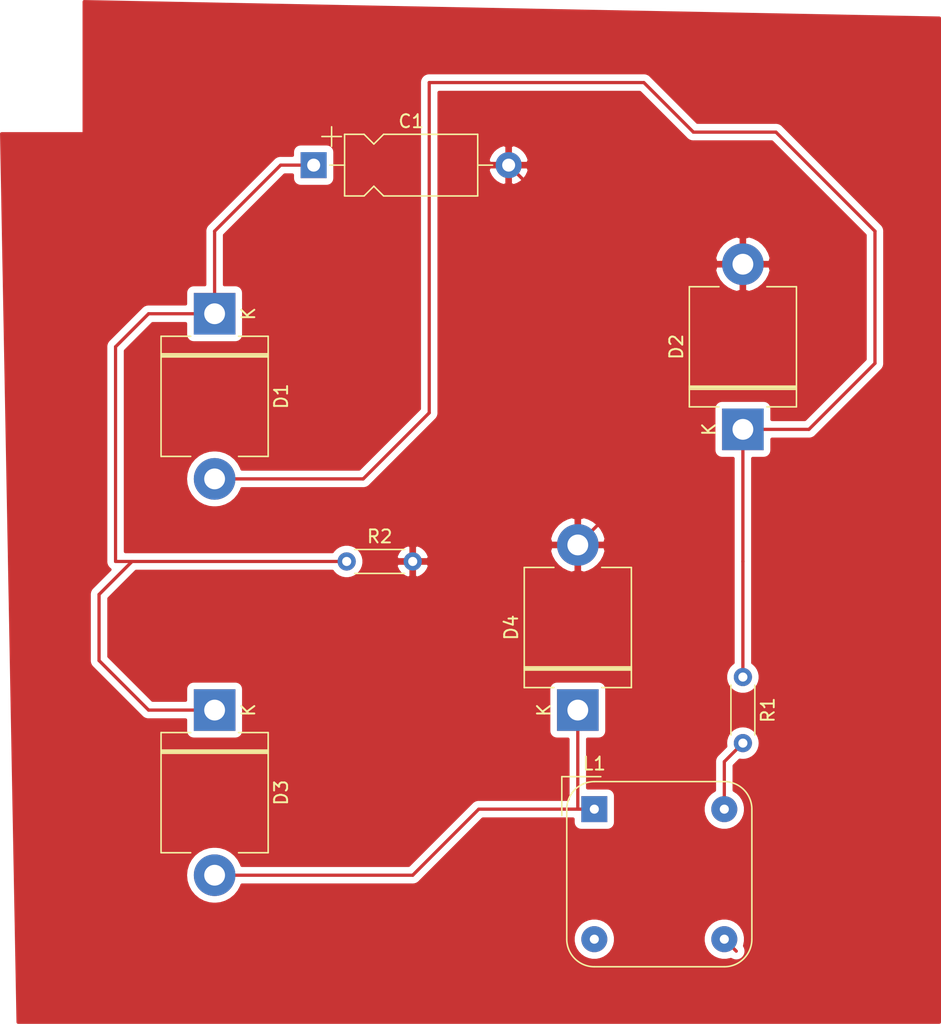
<source format=kicad_pcb>
(kicad_pcb (version 20171130) (host pcbnew "(5.1.4)-1")

  (general
    (thickness 1.6)
    (drawings 0)
    (tracks 50)
    (zones 0)
    (modules 8)
    (nets 6)
  )

  (page A4)
  (layers
    (0 F.Cu signal)
    (31 B.Cu signal)
    (32 B.Adhes user)
    (33 F.Adhes user)
    (34 B.Paste user)
    (35 F.Paste user)
    (36 B.SilkS user)
    (37 F.SilkS user)
    (38 B.Mask user)
    (39 F.Mask user)
    (40 Dwgs.User user)
    (41 Cmts.User user)
    (42 Eco1.User user)
    (43 Eco2.User user)
    (44 Edge.Cuts user)
    (45 Margin user)
    (46 B.CrtYd user)
    (47 F.CrtYd user)
    (48 B.Fab user)
    (49 F.Fab user)
  )

  (setup
    (last_trace_width 0.25)
    (trace_clearance 0.2)
    (zone_clearance 0.508)
    (zone_45_only no)
    (trace_min 0.2)
    (via_size 0.8)
    (via_drill 0.4)
    (via_min_size 0.4)
    (via_min_drill 0.3)
    (uvia_size 0.3)
    (uvia_drill 0.1)
    (uvias_allowed no)
    (uvia_min_size 0.2)
    (uvia_min_drill 0.1)
    (edge_width 0.05)
    (segment_width 0.2)
    (pcb_text_width 0.3)
    (pcb_text_size 1.5 1.5)
    (mod_edge_width 0.12)
    (mod_text_size 1 1)
    (mod_text_width 0.15)
    (pad_size 1.524 1.524)
    (pad_drill 0.762)
    (pad_to_mask_clearance 0.051)
    (solder_mask_min_width 0.25)
    (aux_axis_origin 0 0)
    (visible_elements FFFFFF7F)
    (pcbplotparams
      (layerselection 0x010fc_ffffffff)
      (usegerberextensions false)
      (usegerberattributes false)
      (usegerberadvancedattributes false)
      (creategerberjobfile false)
      (excludeedgelayer true)
      (linewidth 0.100000)
      (plotframeref false)
      (viasonmask false)
      (mode 1)
      (useauxorigin false)
      (hpglpennumber 1)
      (hpglpenspeed 20)
      (hpglpendiameter 15.000000)
      (psnegative false)
      (psa4output false)
      (plotreference true)
      (plotvalue true)
      (plotinvisibletext false)
      (padsonsilk false)
      (subtractmaskfromsilk false)
      (outputformat 1)
      (mirror false)
      (drillshape 1)
      (scaleselection 1)
      (outputdirectory ""))
  )

  (net 0 "")
  (net 1 GNDREF)
  (net 2 "Net-(C1-Pad1)")
  (net 3 "Net-(D1-Pad2)")
  (net 4 AC)
  (net 5 "Net-(L1-Pad2)")

  (net_class Default "Esta es la clase de red por defecto."
    (clearance 0.2)
    (trace_width 0.25)
    (via_dia 0.8)
    (via_drill 0.4)
    (uvia_dia 0.3)
    (uvia_drill 0.1)
    (add_net AC)
    (add_net GNDREF)
    (add_net "Net-(C1-Pad1)")
    (add_net "Net-(D1-Pad2)")
    (add_net "Net-(L1-Pad2)")
  )

  (module Resistor_THT:R_Axial_DIN0204_L3.6mm_D1.6mm_P5.08mm_Horizontal (layer F.Cu) (tedit 5AE5139B) (tstamp 5D78ABE8)
    (at 146.05 114.3)
    (descr "Resistor, Axial_DIN0204 series, Axial, Horizontal, pin pitch=5.08mm, 0.167W, length*diameter=3.6*1.6mm^2, http://cdn-reichelt.de/documents/datenblatt/B400/1_4W%23YAG.pdf")
    (tags "Resistor Axial_DIN0204 series Axial Horizontal pin pitch 5.08mm 0.167W length 3.6mm diameter 1.6mm")
    (path /5D796BBD)
    (fp_text reference R2 (at 2.54 -1.92) (layer F.SilkS)
      (effects (font (size 1 1) (thickness 0.15)))
    )
    (fp_text value 10 (at 2.54 1.92) (layer F.Fab)
      (effects (font (size 1 1) (thickness 0.15)))
    )
    (fp_text user %R (at 2.54 0) (layer F.Fab)
      (effects (font (size 0.72 0.72) (thickness 0.108)))
    )
    (fp_line (start 6.03 -1.05) (end -0.95 -1.05) (layer F.CrtYd) (width 0.05))
    (fp_line (start 6.03 1.05) (end 6.03 -1.05) (layer F.CrtYd) (width 0.05))
    (fp_line (start -0.95 1.05) (end 6.03 1.05) (layer F.CrtYd) (width 0.05))
    (fp_line (start -0.95 -1.05) (end -0.95 1.05) (layer F.CrtYd) (width 0.05))
    (fp_line (start 0.62 0.92) (end 4.46 0.92) (layer F.SilkS) (width 0.12))
    (fp_line (start 0.62 -0.92) (end 4.46 -0.92) (layer F.SilkS) (width 0.12))
    (fp_line (start 5.08 0) (end 4.34 0) (layer F.Fab) (width 0.1))
    (fp_line (start 0 0) (end 0.74 0) (layer F.Fab) (width 0.1))
    (fp_line (start 4.34 -0.8) (end 0.74 -0.8) (layer F.Fab) (width 0.1))
    (fp_line (start 4.34 0.8) (end 4.34 -0.8) (layer F.Fab) (width 0.1))
    (fp_line (start 0.74 0.8) (end 4.34 0.8) (layer F.Fab) (width 0.1))
    (fp_line (start 0.74 -0.8) (end 0.74 0.8) (layer F.Fab) (width 0.1))
    (pad 2 thru_hole oval (at 5.08 0) (size 1.4 1.4) (drill 0.7) (layers *.Cu *.Mask)
      (net 1 GNDREF))
    (pad 1 thru_hole circle (at 0 0) (size 1.4 1.4) (drill 0.7) (layers *.Cu *.Mask)
      (net 2 "Net-(C1-Pad1)"))
    (model ${KISYS3DMOD}/Resistor_THT.3dshapes/R_Axial_DIN0204_L3.6mm_D1.6mm_P5.08mm_Horizontal.wrl
      (at (xyz 0 0 0))
      (scale (xyz 1 1 1))
      (rotate (xyz 0 0 0))
    )
  )

  (module Resistor_THT:R_Axial_DIN0204_L3.6mm_D1.6mm_P5.08mm_Horizontal (layer F.Cu) (tedit 5AE5139B) (tstamp 5D78ABD5)
    (at 176.53 123.19 270)
    (descr "Resistor, Axial_DIN0204 series, Axial, Horizontal, pin pitch=5.08mm, 0.167W, length*diameter=3.6*1.6mm^2, http://cdn-reichelt.de/documents/datenblatt/B400/1_4W%23YAG.pdf")
    (tags "Resistor Axial_DIN0204 series Axial Horizontal pin pitch 5.08mm 0.167W length 3.6mm diameter 1.6mm")
    (path /5D79648F)
    (fp_text reference R1 (at 2.54 -1.92 90) (layer F.SilkS)
      (effects (font (size 1 1) (thickness 0.15)))
    )
    (fp_text value 10 (at 2.54 1.92 90) (layer F.Fab)
      (effects (font (size 1 1) (thickness 0.15)))
    )
    (fp_text user %R (at 2.54 0 90) (layer F.Fab)
      (effects (font (size 0.72 0.72) (thickness 0.108)))
    )
    (fp_line (start 6.03 -1.05) (end -0.95 -1.05) (layer F.CrtYd) (width 0.05))
    (fp_line (start 6.03 1.05) (end 6.03 -1.05) (layer F.CrtYd) (width 0.05))
    (fp_line (start -0.95 1.05) (end 6.03 1.05) (layer F.CrtYd) (width 0.05))
    (fp_line (start -0.95 -1.05) (end -0.95 1.05) (layer F.CrtYd) (width 0.05))
    (fp_line (start 0.62 0.92) (end 4.46 0.92) (layer F.SilkS) (width 0.12))
    (fp_line (start 0.62 -0.92) (end 4.46 -0.92) (layer F.SilkS) (width 0.12))
    (fp_line (start 5.08 0) (end 4.34 0) (layer F.Fab) (width 0.1))
    (fp_line (start 0 0) (end 0.74 0) (layer F.Fab) (width 0.1))
    (fp_line (start 4.34 -0.8) (end 0.74 -0.8) (layer F.Fab) (width 0.1))
    (fp_line (start 4.34 0.8) (end 4.34 -0.8) (layer F.Fab) (width 0.1))
    (fp_line (start 0.74 0.8) (end 4.34 0.8) (layer F.Fab) (width 0.1))
    (fp_line (start 0.74 -0.8) (end 0.74 0.8) (layer F.Fab) (width 0.1))
    (pad 2 thru_hole oval (at 5.08 0 270) (size 1.4 1.4) (drill 0.7) (layers *.Cu *.Mask)
      (net 5 "Net-(L1-Pad2)"))
    (pad 1 thru_hole circle (at 0 0 270) (size 1.4 1.4) (drill 0.7) (layers *.Cu *.Mask)
      (net 3 "Net-(D1-Pad2)"))
    (model ${KISYS3DMOD}/Resistor_THT.3dshapes/R_Axial_DIN0204_L3.6mm_D1.6mm_P5.08mm_Horizontal.wrl
      (at (xyz 0 0 0))
      (scale (xyz 1 1 1))
      (rotate (xyz 0 0 0))
    )
  )

  (module Inductor_THT:Choke_Schaffner_RN102-04-14.0x14.0mm (layer F.Cu) (tedit 5A1421CD) (tstamp 5D78ABC2)
    (at 165.1 133.35)
    (descr "Current-compensated Chokes, Scaffner, RN102-04, 14.0mmx14.0mm https://www.schaffner.com/products/download/product/datasheet/rn-series-common-mode-chokes-new/")
    (tags "chokes schaffner tht")
    (path /5D796071)
    (fp_text reference L1 (at 0 -3.5) (layer F.SilkS)
      (effects (font (size 1 1) (thickness 0.15)))
    )
    (fp_text value 1mh (at 5 13.5) (layer F.Fab)
      (effects (font (size 1 1) (thickness 0.15)))
    )
    (fp_text user %R (at 5 5) (layer F.Fab)
      (effects (font (size 1 1) (thickness 0.15)))
    )
    (fp_line (start -2.5 -2.5) (end -2.5 0.5) (layer F.SilkS) (width 0.12))
    (fp_line (start -2.5 -2.5) (end 0.5 -2.5) (layer F.SilkS) (width 0.12))
    (fp_line (start -2.25 10) (end -2.25 0) (layer F.CrtYd) (width 0.05))
    (fp_line (start 10 12.25) (end 0 12.25) (layer F.CrtYd) (width 0.05))
    (fp_line (start 12.25 0) (end 12.25 10) (layer F.CrtYd) (width 0.05))
    (fp_line (start 0 -2.25) (end 10 -2.25) (layer F.CrtYd) (width 0.05))
    (fp_line (start -2.12 10) (end -2.12 0) (layer F.SilkS) (width 0.12))
    (fp_line (start 10 12.12) (end 0 12.12) (layer F.SilkS) (width 0.12))
    (fp_line (start 12.12 0) (end 12.12 10) (layer F.SilkS) (width 0.12))
    (fp_line (start 0 -2.12) (end 10 -2.12) (layer F.SilkS) (width 0.12))
    (fp_line (start -1 1) (end -2 0) (layer F.Fab) (width 0.1))
    (fp_line (start -2 2) (end -1 1) (layer F.Fab) (width 0.1))
    (fp_line (start -2 10) (end -2 2) (layer F.Fab) (width 0.1))
    (fp_line (start 10 12) (end 0 12) (layer F.Fab) (width 0.1))
    (fp_line (start 12 0) (end 12 10) (layer F.Fab) (width 0.1))
    (fp_line (start 0 -2) (end 10 -2) (layer F.Fab) (width 0.1))
    (fp_arc (start 0 0) (end -2.25 0) (angle 90) (layer F.CrtYd) (width 0.05))
    (fp_arc (start 0 10) (end 0 12.25) (angle 90) (layer F.CrtYd) (width 0.05))
    (fp_arc (start 10 10) (end 12.25 10) (angle 90) (layer F.CrtYd) (width 0.05))
    (fp_arc (start 10 0) (end 10 -2.25) (angle 90) (layer F.CrtYd) (width 0.05))
    (fp_arc (start 0 0) (end -2.12 0) (angle 90) (layer F.SilkS) (width 0.12))
    (fp_arc (start 0 10) (end 0 12.12) (angle 90) (layer F.SilkS) (width 0.12))
    (fp_arc (start 10 10) (end 12.12 10) (angle 90) (layer F.SilkS) (width 0.12))
    (fp_arc (start 10 0) (end 10 -2.12) (angle 90) (layer F.SilkS) (width 0.12))
    (fp_arc (start 0 0) (end -2 0) (angle 90) (layer F.Fab) (width 0.1))
    (fp_arc (start 0 10) (end 0 12) (angle 90) (layer F.Fab) (width 0.1))
    (fp_arc (start 10 10) (end 12 10) (angle 90) (layer F.Fab) (width 0.1))
    (fp_arc (start 10 0) (end 10 -2) (angle 90) (layer F.Fab) (width 0.1))
    (pad 4 thru_hole circle (at 10 10) (size 2 2) (drill 0.7) (layers *.Cu *.Mask))
    (pad 3 thru_hole circle (at 0 10) (size 2 2) (drill 0.7) (layers *.Cu *.Mask))
    (pad 2 thru_hole circle (at 10 0) (size 2 2) (drill 0.7) (layers *.Cu *.Mask)
      (net 5 "Net-(L1-Pad2)"))
    (pad 1 thru_hole rect (at 0 0) (size 2 2) (drill 0.7) (layers *.Cu *.Mask)
      (net 4 AC))
    (model ${KISYS3DMOD}/Inductor_THT.3dshapes/Choke_Schaffner_RN102-04-14.0x14.0mm.wrl
      (at (xyz 0 0 0))
      (scale (xyz 1 1 1))
      (rotate (xyz 0 0 0))
    )
  )

  (module Diode_THT:D_5KPW_P12.70mm_Horizontal (layer F.Cu) (tedit 5AE50CD5) (tstamp 5D78AB9D)
    (at 163.83 125.73 90)
    (descr "Diode, 5KPW series, Axial, Horizontal, pin pitch=12.7mm, , length*diameter=9*8mm^2, , http://www.diodes.com/_files/packages/8686949.gif")
    (tags "Diode 5KPW series Axial Horizontal pin pitch 12.7mm  length 9mm diameter 8mm")
    (path /5D79863B)
    (fp_text reference D4 (at 6.35 -5.12 90) (layer F.SilkS)
      (effects (font (size 1 1) (thickness 0.15)))
    )
    (fp_text value D (at 6.35 5.12 90) (layer F.Fab)
      (effects (font (size 1 1) (thickness 0.15)))
    )
    (fp_text user K (at 0 -2.6 90) (layer F.SilkS)
      (effects (font (size 1 1) (thickness 0.15)))
    )
    (fp_text user K (at 0 -2.6 90) (layer F.Fab)
      (effects (font (size 1 1) (thickness 0.15)))
    )
    (fp_text user %R (at 7.025 0 90) (layer F.Fab)
      (effects (font (size 1 1) (thickness 0.15)))
    )
    (fp_line (start 14.55 -4.25) (end -1.85 -4.25) (layer F.CrtYd) (width 0.05))
    (fp_line (start 14.55 4.25) (end 14.55 -4.25) (layer F.CrtYd) (width 0.05))
    (fp_line (start -1.85 4.25) (end 14.55 4.25) (layer F.CrtYd) (width 0.05))
    (fp_line (start -1.85 -4.25) (end -1.85 4.25) (layer F.CrtYd) (width 0.05))
    (fp_line (start 3.08 -4.12) (end 3.08 4.12) (layer F.SilkS) (width 0.12))
    (fp_line (start 3.32 -4.12) (end 3.32 4.12) (layer F.SilkS) (width 0.12))
    (fp_line (start 3.2 -4.12) (end 3.2 4.12) (layer F.SilkS) (width 0.12))
    (fp_line (start 10.97 4.12) (end 10.97 1.84) (layer F.SilkS) (width 0.12))
    (fp_line (start 1.73 4.12) (end 10.97 4.12) (layer F.SilkS) (width 0.12))
    (fp_line (start 1.73 1.84) (end 1.73 4.12) (layer F.SilkS) (width 0.12))
    (fp_line (start 10.97 -4.12) (end 10.97 -1.84) (layer F.SilkS) (width 0.12))
    (fp_line (start 1.73 -4.12) (end 10.97 -4.12) (layer F.SilkS) (width 0.12))
    (fp_line (start 1.73 -1.84) (end 1.73 -4.12) (layer F.SilkS) (width 0.12))
    (fp_line (start 3.1 -4) (end 3.1 4) (layer F.Fab) (width 0.1))
    (fp_line (start 3.3 -4) (end 3.3 4) (layer F.Fab) (width 0.1))
    (fp_line (start 3.2 -4) (end 3.2 4) (layer F.Fab) (width 0.1))
    (fp_line (start 12.7 0) (end 10.85 0) (layer F.Fab) (width 0.1))
    (fp_line (start 0 0) (end 1.85 0) (layer F.Fab) (width 0.1))
    (fp_line (start 10.85 -4) (end 1.85 -4) (layer F.Fab) (width 0.1))
    (fp_line (start 10.85 4) (end 10.85 -4) (layer F.Fab) (width 0.1))
    (fp_line (start 1.85 4) (end 10.85 4) (layer F.Fab) (width 0.1))
    (fp_line (start 1.85 -4) (end 1.85 4) (layer F.Fab) (width 0.1))
    (pad 2 thru_hole oval (at 12.7 0 90) (size 3.2 3.2) (drill 1.6) (layers *.Cu *.Mask)
      (net 1 GNDREF))
    (pad 1 thru_hole rect (at 0 0 90) (size 3.2 3.2) (drill 1.6) (layers *.Cu *.Mask)
      (net 4 AC))
    (model ${KISYS3DMOD}/Diode_THT.3dshapes/D_5KPW_P12.70mm_Horizontal.wrl
      (at (xyz 0 0 0))
      (scale (xyz 1 1 1))
      (rotate (xyz 0 0 0))
    )
  )

  (module Diode_THT:D_5KPW_P12.70mm_Horizontal (layer F.Cu) (tedit 5AE50CD5) (tstamp 5D78AB7E)
    (at 135.89 125.73 270)
    (descr "Diode, 5KPW series, Axial, Horizontal, pin pitch=12.7mm, , length*diameter=9*8mm^2, , http://www.diodes.com/_files/packages/8686949.gif")
    (tags "Diode 5KPW series Axial Horizontal pin pitch 12.7mm  length 9mm diameter 8mm")
    (path /5D79830D)
    (fp_text reference D3 (at 6.35 -5.12 90) (layer F.SilkS)
      (effects (font (size 1 1) (thickness 0.15)))
    )
    (fp_text value D (at 6.35 5.12 90) (layer F.Fab)
      (effects (font (size 1 1) (thickness 0.15)))
    )
    (fp_text user K (at 0 -2.6 90) (layer F.SilkS)
      (effects (font (size 1 1) (thickness 0.15)))
    )
    (fp_text user K (at 0 -2.6 90) (layer F.Fab)
      (effects (font (size 1 1) (thickness 0.15)))
    )
    (fp_text user %R (at 7.025 0 90) (layer F.Fab)
      (effects (font (size 1 1) (thickness 0.15)))
    )
    (fp_line (start 14.55 -4.25) (end -1.85 -4.25) (layer F.CrtYd) (width 0.05))
    (fp_line (start 14.55 4.25) (end 14.55 -4.25) (layer F.CrtYd) (width 0.05))
    (fp_line (start -1.85 4.25) (end 14.55 4.25) (layer F.CrtYd) (width 0.05))
    (fp_line (start -1.85 -4.25) (end -1.85 4.25) (layer F.CrtYd) (width 0.05))
    (fp_line (start 3.08 -4.12) (end 3.08 4.12) (layer F.SilkS) (width 0.12))
    (fp_line (start 3.32 -4.12) (end 3.32 4.12) (layer F.SilkS) (width 0.12))
    (fp_line (start 3.2 -4.12) (end 3.2 4.12) (layer F.SilkS) (width 0.12))
    (fp_line (start 10.97 4.12) (end 10.97 1.84) (layer F.SilkS) (width 0.12))
    (fp_line (start 1.73 4.12) (end 10.97 4.12) (layer F.SilkS) (width 0.12))
    (fp_line (start 1.73 1.84) (end 1.73 4.12) (layer F.SilkS) (width 0.12))
    (fp_line (start 10.97 -4.12) (end 10.97 -1.84) (layer F.SilkS) (width 0.12))
    (fp_line (start 1.73 -4.12) (end 10.97 -4.12) (layer F.SilkS) (width 0.12))
    (fp_line (start 1.73 -1.84) (end 1.73 -4.12) (layer F.SilkS) (width 0.12))
    (fp_line (start 3.1 -4) (end 3.1 4) (layer F.Fab) (width 0.1))
    (fp_line (start 3.3 -4) (end 3.3 4) (layer F.Fab) (width 0.1))
    (fp_line (start 3.2 -4) (end 3.2 4) (layer F.Fab) (width 0.1))
    (fp_line (start 12.7 0) (end 10.85 0) (layer F.Fab) (width 0.1))
    (fp_line (start 0 0) (end 1.85 0) (layer F.Fab) (width 0.1))
    (fp_line (start 10.85 -4) (end 1.85 -4) (layer F.Fab) (width 0.1))
    (fp_line (start 10.85 4) (end 10.85 -4) (layer F.Fab) (width 0.1))
    (fp_line (start 1.85 4) (end 10.85 4) (layer F.Fab) (width 0.1))
    (fp_line (start 1.85 -4) (end 1.85 4) (layer F.Fab) (width 0.1))
    (pad 2 thru_hole oval (at 12.7 0 270) (size 3.2 3.2) (drill 1.6) (layers *.Cu *.Mask)
      (net 4 AC))
    (pad 1 thru_hole rect (at 0 0 270) (size 3.2 3.2) (drill 1.6) (layers *.Cu *.Mask)
      (net 2 "Net-(C1-Pad1)"))
    (model ${KISYS3DMOD}/Diode_THT.3dshapes/D_5KPW_P12.70mm_Horizontal.wrl
      (at (xyz 0 0 0))
      (scale (xyz 1 1 1))
      (rotate (xyz 0 0 0))
    )
  )

  (module Diode_THT:D_5KPW_P12.70mm_Horizontal (layer F.Cu) (tedit 5AE50CD5) (tstamp 5D78AB5F)
    (at 176.53 104.14 90)
    (descr "Diode, 5KPW series, Axial, Horizontal, pin pitch=12.7mm, , length*diameter=9*8mm^2, , http://www.diodes.com/_files/packages/8686949.gif")
    (tags "Diode 5KPW series Axial Horizontal pin pitch 12.7mm  length 9mm diameter 8mm")
    (path /5D79844E)
    (fp_text reference D2 (at 6.35 -5.12 90) (layer F.SilkS)
      (effects (font (size 1 1) (thickness 0.15)))
    )
    (fp_text value D (at 6.35 5.12 90) (layer F.Fab)
      (effects (font (size 1 1) (thickness 0.15)))
    )
    (fp_text user K (at 0 -2.6 90) (layer F.SilkS)
      (effects (font (size 1 1) (thickness 0.15)))
    )
    (fp_text user K (at 0 -2.6 90) (layer F.Fab)
      (effects (font (size 1 1) (thickness 0.15)))
    )
    (fp_text user %R (at 7.025 0 90) (layer F.Fab)
      (effects (font (size 1 1) (thickness 0.15)))
    )
    (fp_line (start 14.55 -4.25) (end -1.85 -4.25) (layer F.CrtYd) (width 0.05))
    (fp_line (start 14.55 4.25) (end 14.55 -4.25) (layer F.CrtYd) (width 0.05))
    (fp_line (start -1.85 4.25) (end 14.55 4.25) (layer F.CrtYd) (width 0.05))
    (fp_line (start -1.85 -4.25) (end -1.85 4.25) (layer F.CrtYd) (width 0.05))
    (fp_line (start 3.08 -4.12) (end 3.08 4.12) (layer F.SilkS) (width 0.12))
    (fp_line (start 3.32 -4.12) (end 3.32 4.12) (layer F.SilkS) (width 0.12))
    (fp_line (start 3.2 -4.12) (end 3.2 4.12) (layer F.SilkS) (width 0.12))
    (fp_line (start 10.97 4.12) (end 10.97 1.84) (layer F.SilkS) (width 0.12))
    (fp_line (start 1.73 4.12) (end 10.97 4.12) (layer F.SilkS) (width 0.12))
    (fp_line (start 1.73 1.84) (end 1.73 4.12) (layer F.SilkS) (width 0.12))
    (fp_line (start 10.97 -4.12) (end 10.97 -1.84) (layer F.SilkS) (width 0.12))
    (fp_line (start 1.73 -4.12) (end 10.97 -4.12) (layer F.SilkS) (width 0.12))
    (fp_line (start 1.73 -1.84) (end 1.73 -4.12) (layer F.SilkS) (width 0.12))
    (fp_line (start 3.1 -4) (end 3.1 4) (layer F.Fab) (width 0.1))
    (fp_line (start 3.3 -4) (end 3.3 4) (layer F.Fab) (width 0.1))
    (fp_line (start 3.2 -4) (end 3.2 4) (layer F.Fab) (width 0.1))
    (fp_line (start 12.7 0) (end 10.85 0) (layer F.Fab) (width 0.1))
    (fp_line (start 0 0) (end 1.85 0) (layer F.Fab) (width 0.1))
    (fp_line (start 10.85 -4) (end 1.85 -4) (layer F.Fab) (width 0.1))
    (fp_line (start 10.85 4) (end 10.85 -4) (layer F.Fab) (width 0.1))
    (fp_line (start 1.85 4) (end 10.85 4) (layer F.Fab) (width 0.1))
    (fp_line (start 1.85 -4) (end 1.85 4) (layer F.Fab) (width 0.1))
    (pad 2 thru_hole oval (at 12.7 0 90) (size 3.2 3.2) (drill 1.6) (layers *.Cu *.Mask)
      (net 1 GNDREF))
    (pad 1 thru_hole rect (at 0 0 90) (size 3.2 3.2) (drill 1.6) (layers *.Cu *.Mask)
      (net 3 "Net-(D1-Pad2)"))
    (model ${KISYS3DMOD}/Diode_THT.3dshapes/D_5KPW_P12.70mm_Horizontal.wrl
      (at (xyz 0 0 0))
      (scale (xyz 1 1 1))
      (rotate (xyz 0 0 0))
    )
  )

  (module Diode_THT:D_5KPW_P12.70mm_Horizontal (layer F.Cu) (tedit 5AE50CD5) (tstamp 5D78AB40)
    (at 135.89 95.25 270)
    (descr "Diode, 5KPW series, Axial, Horizontal, pin pitch=12.7mm, , length*diameter=9*8mm^2, , http://www.diodes.com/_files/packages/8686949.gif")
    (tags "Diode 5KPW series Axial Horizontal pin pitch 12.7mm  length 9mm diameter 8mm")
    (path /5D79772F)
    (fp_text reference D1 (at 6.35 -5.12 90) (layer F.SilkS)
      (effects (font (size 1 1) (thickness 0.15)))
    )
    (fp_text value D (at 6.35 5.12 90) (layer F.Fab)
      (effects (font (size 1 1) (thickness 0.15)))
    )
    (fp_text user K (at 0 -2.6 90) (layer F.SilkS)
      (effects (font (size 1 1) (thickness 0.15)))
    )
    (fp_text user K (at 0 -2.6 90) (layer F.Fab)
      (effects (font (size 1 1) (thickness 0.15)))
    )
    (fp_text user %R (at 7.025 0 90) (layer F.Fab)
      (effects (font (size 1 1) (thickness 0.15)))
    )
    (fp_line (start 14.55 -4.25) (end -1.85 -4.25) (layer F.CrtYd) (width 0.05))
    (fp_line (start 14.55 4.25) (end 14.55 -4.25) (layer F.CrtYd) (width 0.05))
    (fp_line (start -1.85 4.25) (end 14.55 4.25) (layer F.CrtYd) (width 0.05))
    (fp_line (start -1.85 -4.25) (end -1.85 4.25) (layer F.CrtYd) (width 0.05))
    (fp_line (start 3.08 -4.12) (end 3.08 4.12) (layer F.SilkS) (width 0.12))
    (fp_line (start 3.32 -4.12) (end 3.32 4.12) (layer F.SilkS) (width 0.12))
    (fp_line (start 3.2 -4.12) (end 3.2 4.12) (layer F.SilkS) (width 0.12))
    (fp_line (start 10.97 4.12) (end 10.97 1.84) (layer F.SilkS) (width 0.12))
    (fp_line (start 1.73 4.12) (end 10.97 4.12) (layer F.SilkS) (width 0.12))
    (fp_line (start 1.73 1.84) (end 1.73 4.12) (layer F.SilkS) (width 0.12))
    (fp_line (start 10.97 -4.12) (end 10.97 -1.84) (layer F.SilkS) (width 0.12))
    (fp_line (start 1.73 -4.12) (end 10.97 -4.12) (layer F.SilkS) (width 0.12))
    (fp_line (start 1.73 -1.84) (end 1.73 -4.12) (layer F.SilkS) (width 0.12))
    (fp_line (start 3.1 -4) (end 3.1 4) (layer F.Fab) (width 0.1))
    (fp_line (start 3.3 -4) (end 3.3 4) (layer F.Fab) (width 0.1))
    (fp_line (start 3.2 -4) (end 3.2 4) (layer F.Fab) (width 0.1))
    (fp_line (start 12.7 0) (end 10.85 0) (layer F.Fab) (width 0.1))
    (fp_line (start 0 0) (end 1.85 0) (layer F.Fab) (width 0.1))
    (fp_line (start 10.85 -4) (end 1.85 -4) (layer F.Fab) (width 0.1))
    (fp_line (start 10.85 4) (end 10.85 -4) (layer F.Fab) (width 0.1))
    (fp_line (start 1.85 4) (end 10.85 4) (layer F.Fab) (width 0.1))
    (fp_line (start 1.85 -4) (end 1.85 4) (layer F.Fab) (width 0.1))
    (pad 2 thru_hole oval (at 12.7 0 270) (size 3.2 3.2) (drill 1.6) (layers *.Cu *.Mask)
      (net 3 "Net-(D1-Pad2)"))
    (pad 1 thru_hole rect (at 0 0 270) (size 3.2 3.2) (drill 1.6) (layers *.Cu *.Mask)
      (net 2 "Net-(C1-Pad1)"))
    (model ${KISYS3DMOD}/Diode_THT.3dshapes/D_5KPW_P12.70mm_Horizontal.wrl
      (at (xyz 0 0 0))
      (scale (xyz 1 1 1))
      (rotate (xyz 0 0 0))
    )
  )

  (module Capacitor_THT:CP_Axial_L10.0mm_D4.5mm_P15.00mm_Horizontal (layer F.Cu) (tedit 5AE50EF2) (tstamp 5D78AB21)
    (at 143.51 83.82)
    (descr "CP, Axial series, Axial, Horizontal, pin pitch=15mm, , length*diameter=10*4.5mm^2, Electrolytic Capacitor, , http://www.vishay.com/docs/28325/021asm.pdf")
    (tags "CP Axial series Axial Horizontal pin pitch 15mm  length 10mm diameter 4.5mm Electrolytic Capacitor")
    (path /5D796F6D)
    (fp_text reference C1 (at 7.5 -3.37) (layer F.SilkS)
      (effects (font (size 1 1) (thickness 0.15)))
    )
    (fp_text value 1mf (at 7.5 3.37) (layer F.Fab)
      (effects (font (size 1 1) (thickness 0.15)))
    )
    (fp_text user %R (at 7.5 0) (layer F.Fab)
      (effects (font (size 1 1) (thickness 0.15)))
    )
    (fp_line (start 16.25 -2.5) (end -1.25 -2.5) (layer F.CrtYd) (width 0.05))
    (fp_line (start 16.25 2.5) (end 16.25 -2.5) (layer F.CrtYd) (width 0.05))
    (fp_line (start -1.25 2.5) (end 16.25 2.5) (layer F.CrtYd) (width 0.05))
    (fp_line (start -1.25 -2.5) (end -1.25 2.5) (layer F.CrtYd) (width 0.05))
    (fp_line (start 13.76 0) (end 12.62 0) (layer F.SilkS) (width 0.12))
    (fp_line (start 1.24 0) (end 2.38 0) (layer F.SilkS) (width 0.12))
    (fp_line (start 5.38 2.37) (end 12.62 2.37) (layer F.SilkS) (width 0.12))
    (fp_line (start 4.63 1.62) (end 5.38 2.37) (layer F.SilkS) (width 0.12))
    (fp_line (start 3.88 2.37) (end 4.63 1.62) (layer F.SilkS) (width 0.12))
    (fp_line (start 2.38 2.37) (end 3.88 2.37) (layer F.SilkS) (width 0.12))
    (fp_line (start 5.38 -2.37) (end 12.62 -2.37) (layer F.SilkS) (width 0.12))
    (fp_line (start 4.63 -1.62) (end 5.38 -2.37) (layer F.SilkS) (width 0.12))
    (fp_line (start 3.88 -2.37) (end 4.63 -1.62) (layer F.SilkS) (width 0.12))
    (fp_line (start 2.38 -2.37) (end 3.88 -2.37) (layer F.SilkS) (width 0.12))
    (fp_line (start 12.62 -2.37) (end 12.62 2.37) (layer F.SilkS) (width 0.12))
    (fp_line (start 2.38 -2.37) (end 2.38 2.37) (layer F.SilkS) (width 0.12))
    (fp_line (start 1.38 -2.95) (end 1.38 -1.45) (layer F.SilkS) (width 0.12))
    (fp_line (start 0.63 -2.2) (end 2.13 -2.2) (layer F.SilkS) (width 0.12))
    (fp_line (start 4.65 -0.75) (end 4.65 0.75) (layer F.Fab) (width 0.1))
    (fp_line (start 3.9 0) (end 5.4 0) (layer F.Fab) (width 0.1))
    (fp_line (start 15 0) (end 12.5 0) (layer F.Fab) (width 0.1))
    (fp_line (start 0 0) (end 2.5 0) (layer F.Fab) (width 0.1))
    (fp_line (start 5.38 2.25) (end 12.5 2.25) (layer F.Fab) (width 0.1))
    (fp_line (start 4.63 1.5) (end 5.38 2.25) (layer F.Fab) (width 0.1))
    (fp_line (start 3.88 2.25) (end 4.63 1.5) (layer F.Fab) (width 0.1))
    (fp_line (start 2.5 2.25) (end 3.88 2.25) (layer F.Fab) (width 0.1))
    (fp_line (start 5.38 -2.25) (end 12.5 -2.25) (layer F.Fab) (width 0.1))
    (fp_line (start 4.63 -1.5) (end 5.38 -2.25) (layer F.Fab) (width 0.1))
    (fp_line (start 3.88 -2.25) (end 4.63 -1.5) (layer F.Fab) (width 0.1))
    (fp_line (start 2.5 -2.25) (end 3.88 -2.25) (layer F.Fab) (width 0.1))
    (fp_line (start 12.5 -2.25) (end 12.5 2.25) (layer F.Fab) (width 0.1))
    (fp_line (start 2.5 -2.25) (end 2.5 2.25) (layer F.Fab) (width 0.1))
    (pad 2 thru_hole oval (at 15 0) (size 2 2) (drill 1) (layers *.Cu *.Mask)
      (net 1 GNDREF))
    (pad 1 thru_hole rect (at 0 0) (size 2 2) (drill 1) (layers *.Cu *.Mask)
      (net 2 "Net-(C1-Pad1)"))
    (model ${KISYS3DMOD}/Capacitor_THT.3dshapes/CP_Axial_L10.0mm_D4.5mm_P15.00mm_Horizontal.wrl
      (at (xyz 0 0 0))
      (scale (xyz 1 1 1))
      (rotate (xyz 0 0 0))
    )
  )

  (segment (start 176.02 144.27) (end 175.1 143.35) (width 0.25) (layer F.Cu) (net 0))
  (segment (start 173.99 91.44) (end 176.53 91.44) (width 0.25) (layer F.Cu) (net 1))
  (segment (start 168.91 96.52) (end 173.99 91.44) (width 0.25) (layer F.Cu) (net 1))
  (segment (start 163.83 113.03) (end 168.91 107.95) (width 0.25) (layer F.Cu) (net 1))
  (segment (start 168.91 107.95) (end 168.91 96.52) (width 0.25) (layer F.Cu) (net 1))
  (segment (start 168.91 96.52) (end 168.91 90.17) (width 0.25) (layer F.Cu) (net 1))
  (segment (start 168.91 90.17) (end 171.45 87.63) (width 0.25) (layer F.Cu) (net 1))
  (segment (start 171.45 87.63) (end 180.34 87.63) (width 0.25) (layer F.Cu) (net 1))
  (segment (start 180.34 87.63) (end 182.88 90.17) (width 0.25) (layer F.Cu) (net 1))
  (segment (start 182.88 90.17) (end 182.88 88.9) (width 0.25) (layer F.Cu) (net 1))
  (segment (start 182.88 88.9) (end 179.07 85.09) (width 0.25) (layer F.Cu) (net 1))
  (segment (start 179.07 85.09) (end 167.64 85.09) (width 0.25) (layer F.Cu) (net 1))
  (segment (start 167.64 85.09) (end 166.37 86.36) (width 0.25) (layer F.Cu) (net 1))
  (segment (start 161.05 86.36) (end 158.51 83.82) (width 0.25) (layer F.Cu) (net 1))
  (segment (start 166.37 86.36) (end 161.05 86.36) (width 0.25) (layer F.Cu) (net 1))
  (segment (start 151.13 114.3) (end 158.75 114.3) (width 0.25) (layer F.Cu) (net 1))
  (segment (start 160.02 113.03) (end 163.83 113.03) (width 0.25) (layer F.Cu) (net 1))
  (segment (start 158.75 114.3) (end 160.02 113.03) (width 0.25) (layer F.Cu) (net 1))
  (segment (start 146.05 114.3) (end 129.54 114.3) (width 0.25) (layer F.Cu) (net 2))
  (segment (start 129.54 114.3) (end 127 116.84) (width 0.25) (layer F.Cu) (net 2))
  (segment (start 127 116.84) (end 127 121.92) (width 0.25) (layer F.Cu) (net 2))
  (segment (start 130.81 125.73) (end 135.89 125.73) (width 0.25) (layer F.Cu) (net 2))
  (segment (start 127 121.92) (end 130.81 125.73) (width 0.25) (layer F.Cu) (net 2))
  (segment (start 129.54 114.3) (end 128.27 114.3) (width 0.25) (layer F.Cu) (net 2))
  (segment (start 128.27 114.3) (end 128.27 97.79) (width 0.25) (layer F.Cu) (net 2))
  (segment (start 128.27 97.79) (end 130.81 95.25) (width 0.25) (layer F.Cu) (net 2))
  (segment (start 130.81 95.25) (end 135.89 95.25) (width 0.25) (layer F.Cu) (net 2))
  (segment (start 135.89 95.25) (end 135.89 88.9) (width 0.25) (layer F.Cu) (net 2))
  (segment (start 140.97 83.82) (end 143.51 83.82) (width 0.25) (layer F.Cu) (net 2))
  (segment (start 135.89 88.9) (end 140.97 83.82) (width 0.25) (layer F.Cu) (net 2))
  (segment (start 135.89 107.95) (end 147.32 107.95) (width 0.25) (layer F.Cu) (net 3))
  (segment (start 147.32 107.95) (end 152.4 102.87) (width 0.25) (layer F.Cu) (net 3))
  (segment (start 152.4 102.87) (end 152.4 77.47) (width 0.25) (layer F.Cu) (net 3))
  (segment (start 152.4 77.47) (end 168.91 77.47) (width 0.25) (layer F.Cu) (net 3))
  (segment (start 168.91 77.47) (end 172.72 81.28) (width 0.25) (layer F.Cu) (net 3))
  (segment (start 172.72 81.28) (end 179.07 81.28) (width 0.25) (layer F.Cu) (net 3))
  (segment (start 179.07 81.28) (end 186.69 88.9) (width 0.25) (layer F.Cu) (net 3))
  (segment (start 186.69 88.9) (end 186.69 99.06) (width 0.25) (layer F.Cu) (net 3))
  (segment (start 181.61 104.14) (end 176.53 104.14) (width 0.25) (layer F.Cu) (net 3))
  (segment (start 186.69 99.06) (end 181.61 104.14) (width 0.25) (layer F.Cu) (net 3))
  (segment (start 176.53 123.19) (end 176.53 114.3) (width 0.25) (layer F.Cu) (net 3))
  (segment (start 176.53 114.3) (end 176.53 104.14) (width 0.25) (layer F.Cu) (net 3))
  (segment (start 163.85 133.35) (end 165.1 133.35) (width 0.25) (layer F.Cu) (net 4))
  (segment (start 163.83 133.33) (end 163.85 133.35) (width 0.25) (layer F.Cu) (net 4))
  (segment (start 163.83 125.73) (end 163.83 133.33) (width 0.25) (layer F.Cu) (net 4))
  (segment (start 156.21 133.35) (end 165.1 133.35) (width 0.25) (layer F.Cu) (net 4))
  (segment (start 135.89 138.43) (end 151.13 138.43) (width 0.25) (layer F.Cu) (net 4))
  (segment (start 151.13 138.43) (end 156.21 133.35) (width 0.25) (layer F.Cu) (net 4))
  (segment (start 175.1 129.7) (end 176.53 128.27) (width 0.25) (layer F.Cu) (net 5))
  (segment (start 175.1 133.35) (end 175.1 129.7) (width 0.25) (layer F.Cu) (net 5))

  (zone (net 1) (net_name GNDREF) (layer F.Cu) (tstamp 0) (hatch edge 0.508)
    (connect_pads (clearance 0.508))
    (min_thickness 0.254)
    (fill yes (arc_segments 32) (thermal_gap 0.508) (thermal_bridge_width 0.508))
    (polygon
      (pts
        (xy 125.73 81.28) (xy 119.38 81.28) (xy 120.65 149.86) (xy 191.77 149.86) (xy 191.77 72.39)
        (xy 125.73 71.12)
      )
    )
    (filled_polygon
      (pts
        (xy 191.643 72.514582) (xy 191.643 149.733) (xy 120.77467 149.733) (xy 120.653485 143.188967) (xy 163.465 143.188967)
        (xy 163.465 143.511033) (xy 163.527832 143.826912) (xy 163.651082 144.124463) (xy 163.830013 144.392252) (xy 164.057748 144.619987)
        (xy 164.325537 144.798918) (xy 164.623088 144.922168) (xy 164.938967 144.985) (xy 165.261033 144.985) (xy 165.576912 144.922168)
        (xy 165.874463 144.798918) (xy 166.142252 144.619987) (xy 166.369987 144.392252) (xy 166.548918 144.124463) (xy 166.672168 143.826912)
        (xy 166.735 143.511033) (xy 166.735 143.188967) (xy 173.465 143.188967) (xy 173.465 143.511033) (xy 173.527832 143.826912)
        (xy 173.651082 144.124463) (xy 173.830013 144.392252) (xy 174.057748 144.619987) (xy 174.325537 144.798918) (xy 174.623088 144.922168)
        (xy 174.938967 144.985) (xy 175.261033 144.985) (xy 175.576912 144.922168) (xy 175.605634 144.910271) (xy 175.727753 144.975545)
        (xy 175.871013 145.019002) (xy 176.019999 145.033676) (xy 176.168985 145.019002) (xy 176.312246 144.975545) (xy 176.444275 144.904973)
        (xy 176.56 144.81) (xy 176.654973 144.694275) (xy 176.725545 144.562246) (xy 176.769002 144.418985) (xy 176.783676 144.269999)
        (xy 176.769002 144.121013) (xy 176.725545 143.977753) (xy 176.660271 143.855634) (xy 176.672168 143.826912) (xy 176.735 143.511033)
        (xy 176.735 143.188967) (xy 176.672168 142.873088) (xy 176.548918 142.575537) (xy 176.369987 142.307748) (xy 176.142252 142.080013)
        (xy 175.874463 141.901082) (xy 175.576912 141.777832) (xy 175.261033 141.715) (xy 174.938967 141.715) (xy 174.623088 141.777832)
        (xy 174.325537 141.901082) (xy 174.057748 142.080013) (xy 173.830013 142.307748) (xy 173.651082 142.575537) (xy 173.527832 142.873088)
        (xy 173.465 143.188967) (xy 166.735 143.188967) (xy 166.672168 142.873088) (xy 166.548918 142.575537) (xy 166.369987 142.307748)
        (xy 166.142252 142.080013) (xy 165.874463 141.901082) (xy 165.576912 141.777832) (xy 165.261033 141.715) (xy 164.938967 141.715)
        (xy 164.623088 141.777832) (xy 164.325537 141.901082) (xy 164.057748 142.080013) (xy 163.830013 142.307748) (xy 163.651082 142.575537)
        (xy 163.527832 142.873088) (xy 163.465 143.188967) (xy 120.653485 143.188967) (xy 120.565356 138.43) (xy 133.644186 138.43)
        (xy 133.687339 138.868137) (xy 133.815138 139.289436) (xy 134.022674 139.677707) (xy 134.30197 140.01803) (xy 134.642293 140.297326)
        (xy 135.030564 140.504862) (xy 135.451863 140.632661) (xy 135.780204 140.665) (xy 135.999796 140.665) (xy 136.328137 140.632661)
        (xy 136.749436 140.504862) (xy 137.137707 140.297326) (xy 137.47803 140.01803) (xy 137.757326 139.677707) (xy 137.964862 139.289436)
        (xy 137.995025 139.19) (xy 151.092678 139.19) (xy 151.13 139.193676) (xy 151.167322 139.19) (xy 151.167333 139.19)
        (xy 151.278986 139.179003) (xy 151.422247 139.135546) (xy 151.554276 139.064974) (xy 151.670001 138.970001) (xy 151.693804 138.940997)
        (xy 156.524802 134.11) (xy 163.461928 134.11) (xy 163.461928 134.35) (xy 163.474188 134.474482) (xy 163.510498 134.59418)
        (xy 163.569463 134.704494) (xy 163.648815 134.801185) (xy 163.745506 134.880537) (xy 163.85582 134.939502) (xy 163.975518 134.975812)
        (xy 164.1 134.988072) (xy 166.1 134.988072) (xy 166.224482 134.975812) (xy 166.34418 134.939502) (xy 166.454494 134.880537)
        (xy 166.551185 134.801185) (xy 166.630537 134.704494) (xy 166.689502 134.59418) (xy 166.725812 134.474482) (xy 166.738072 134.35)
        (xy 166.738072 133.188967) (xy 173.465 133.188967) (xy 173.465 133.511033) (xy 173.527832 133.826912) (xy 173.651082 134.124463)
        (xy 173.830013 134.392252) (xy 174.057748 134.619987) (xy 174.325537 134.798918) (xy 174.623088 134.922168) (xy 174.938967 134.985)
        (xy 175.261033 134.985) (xy 175.576912 134.922168) (xy 175.874463 134.798918) (xy 176.142252 134.619987) (xy 176.369987 134.392252)
        (xy 176.548918 134.124463) (xy 176.672168 133.826912) (xy 176.735 133.511033) (xy 176.735 133.188967) (xy 176.672168 132.873088)
        (xy 176.548918 132.575537) (xy 176.369987 132.307748) (xy 176.142252 132.080013) (xy 175.874463 131.901082) (xy 175.86 131.895091)
        (xy 175.86 130.014801) (xy 176.287252 129.58755) (xy 176.464421 129.605) (xy 176.595579 129.605) (xy 176.791706 129.585683)
        (xy 177.043354 129.509347) (xy 177.275275 129.385382) (xy 177.478555 129.218555) (xy 177.645382 129.015275) (xy 177.769347 128.783354)
        (xy 177.845683 128.531706) (xy 177.871459 128.27) (xy 177.845683 128.008294) (xy 177.769347 127.756646) (xy 177.645382 127.524725)
        (xy 177.478555 127.321445) (xy 177.275275 127.154618) (xy 177.043354 127.030653) (xy 176.791706 126.954317) (xy 176.595579 126.935)
        (xy 176.464421 126.935) (xy 176.268294 126.954317) (xy 176.016646 127.030653) (xy 175.784725 127.154618) (xy 175.581445 127.321445)
        (xy 175.414618 127.524725) (xy 175.290653 127.756646) (xy 175.214317 128.008294) (xy 175.188541 128.27) (xy 175.21245 128.512748)
        (xy 174.588998 129.136201) (xy 174.56 129.159999) (xy 174.536202 129.188997) (xy 174.536201 129.188998) (xy 174.465026 129.275724)
        (xy 174.394454 129.407754) (xy 174.350998 129.551015) (xy 174.336324 129.7) (xy 174.340001 129.737332) (xy 174.34 131.895091)
        (xy 174.325537 131.901082) (xy 174.057748 132.080013) (xy 173.830013 132.307748) (xy 173.651082 132.575537) (xy 173.527832 132.873088)
        (xy 173.465 133.188967) (xy 166.738072 133.188967) (xy 166.738072 132.35) (xy 166.725812 132.225518) (xy 166.689502 132.10582)
        (xy 166.630537 131.995506) (xy 166.551185 131.898815) (xy 166.454494 131.819463) (xy 166.34418 131.760498) (xy 166.224482 131.724188)
        (xy 166.1 131.711928) (xy 164.59 131.711928) (xy 164.59 127.968072) (xy 165.43 127.968072) (xy 165.554482 127.955812)
        (xy 165.67418 127.919502) (xy 165.784494 127.860537) (xy 165.881185 127.781185) (xy 165.960537 127.684494) (xy 166.019502 127.57418)
        (xy 166.055812 127.454482) (xy 166.068072 127.33) (xy 166.068072 124.13) (xy 166.055812 124.005518) (xy 166.019502 123.88582)
        (xy 165.960537 123.775506) (xy 165.881185 123.678815) (xy 165.784494 123.599463) (xy 165.67418 123.540498) (xy 165.554482 123.504188)
        (xy 165.43 123.491928) (xy 162.23 123.491928) (xy 162.105518 123.504188) (xy 161.98582 123.540498) (xy 161.875506 123.599463)
        (xy 161.778815 123.678815) (xy 161.699463 123.775506) (xy 161.640498 123.88582) (xy 161.604188 124.005518) (xy 161.591928 124.13)
        (xy 161.591928 127.33) (xy 161.604188 127.454482) (xy 161.640498 127.57418) (xy 161.699463 127.684494) (xy 161.778815 127.781185)
        (xy 161.875506 127.860537) (xy 161.98582 127.919502) (xy 162.105518 127.955812) (xy 162.23 127.968072) (xy 163.07 127.968072)
        (xy 163.070001 132.59) (xy 156.247323 132.59) (xy 156.21 132.586324) (xy 156.172677 132.59) (xy 156.172667 132.59)
        (xy 156.061014 132.600997) (xy 155.917753 132.644454) (xy 155.785723 132.715026) (xy 155.723367 132.766201) (xy 155.669999 132.809999)
        (xy 155.646201 132.838997) (xy 150.815199 137.67) (xy 137.995025 137.67) (xy 137.964862 137.570564) (xy 137.757326 137.182293)
        (xy 137.47803 136.84197) (xy 137.137707 136.562674) (xy 136.749436 136.355138) (xy 136.328137 136.227339) (xy 135.999796 136.195)
        (xy 135.780204 136.195) (xy 135.451863 136.227339) (xy 135.030564 136.355138) (xy 134.642293 136.562674) (xy 134.30197 136.84197)
        (xy 134.022674 137.182293) (xy 133.815138 137.570564) (xy 133.687339 137.991863) (xy 133.644186 138.43) (xy 120.565356 138.43)
        (xy 120.165541 116.84) (xy 126.236324 116.84) (xy 126.24 116.877323) (xy 126.240001 121.882668) (xy 126.236324 121.92)
        (xy 126.250998 122.068985) (xy 126.294454 122.212246) (xy 126.365026 122.344276) (xy 126.436201 122.431002) (xy 126.46 122.460001)
        (xy 126.488998 122.483799) (xy 130.246201 126.241003) (xy 130.269999 126.270001) (xy 130.385724 126.364974) (xy 130.517753 126.435546)
        (xy 130.661014 126.479003) (xy 130.772667 126.49) (xy 130.772675 126.49) (xy 130.81 126.493676) (xy 130.847325 126.49)
        (xy 133.651928 126.49) (xy 133.651928 127.33) (xy 133.664188 127.454482) (xy 133.700498 127.57418) (xy 133.759463 127.684494)
        (xy 133.838815 127.781185) (xy 133.935506 127.860537) (xy 134.04582 127.919502) (xy 134.165518 127.955812) (xy 134.29 127.968072)
        (xy 137.49 127.968072) (xy 137.614482 127.955812) (xy 137.73418 127.919502) (xy 137.844494 127.860537) (xy 137.941185 127.781185)
        (xy 138.020537 127.684494) (xy 138.079502 127.57418) (xy 138.115812 127.454482) (xy 138.128072 127.33) (xy 138.128072 124.13)
        (xy 138.115812 124.005518) (xy 138.079502 123.88582) (xy 138.020537 123.775506) (xy 137.941185 123.678815) (xy 137.844494 123.599463)
        (xy 137.73418 123.540498) (xy 137.614482 123.504188) (xy 137.49 123.491928) (xy 134.29 123.491928) (xy 134.165518 123.504188)
        (xy 134.04582 123.540498) (xy 133.935506 123.599463) (xy 133.838815 123.678815) (xy 133.759463 123.775506) (xy 133.700498 123.88582)
        (xy 133.664188 124.005518) (xy 133.651928 124.13) (xy 133.651928 124.97) (xy 131.124802 124.97) (xy 127.76 121.605199)
        (xy 127.76 117.154801) (xy 129.854803 115.06) (xy 144.952225 115.06) (xy 145.013038 115.151013) (xy 145.198987 115.336962)
        (xy 145.417641 115.483061) (xy 145.660595 115.583696) (xy 145.918514 115.635) (xy 146.181486 115.635) (xy 146.439405 115.583696)
        (xy 146.682359 115.483061) (xy 146.901013 115.336962) (xy 147.086962 115.151013) (xy 147.233061 114.932359) (xy 147.333696 114.689405)
        (xy 147.34485 114.633329) (xy 149.837284 114.633329) (xy 149.869953 114.741044) (xy 149.980208 114.978392) (xy 150.134649 115.18967)
        (xy 150.32734 115.366759) (xy 150.550877 115.502853) (xy 150.79667 115.592722) (xy 151.003 115.470201) (xy 151.003 114.427)
        (xy 151.257 114.427) (xy 151.257 115.470201) (xy 151.46333 115.592722) (xy 151.709123 115.502853) (xy 151.93266 115.366759)
        (xy 152.125351 115.18967) (xy 152.279792 114.978392) (xy 152.390047 114.741044) (xy 152.422716 114.633329) (xy 152.299374 114.427)
        (xy 151.257 114.427) (xy 151.003 114.427) (xy 149.960626 114.427) (xy 149.837284 114.633329) (xy 147.34485 114.633329)
        (xy 147.385 114.431486) (xy 147.385 114.168514) (xy 147.344851 113.966671) (xy 149.837284 113.966671) (xy 149.960626 114.173)
        (xy 151.003 114.173) (xy 151.003 113.129799) (xy 151.257 113.129799) (xy 151.257 114.173) (xy 152.299374 114.173)
        (xy 152.422716 113.966671) (xy 152.390047 113.858956) (xy 152.279792 113.621608) (xy 152.194191 113.504503) (xy 161.645947 113.504503)
        (xy 161.780484 113.921473) (xy 161.993783 114.304184) (xy 162.277646 114.637929) (xy 162.621165 114.909882) (xy 163.011139 115.109593)
        (xy 163.355497 115.21405) (xy 163.703 115.102362) (xy 163.703 113.157) (xy 163.957 113.157) (xy 163.957 115.102362)
        (xy 164.304503 115.21405) (xy 164.648861 115.109593) (xy 165.038835 114.909882) (xy 165.382354 114.637929) (xy 165.666217 114.304184)
        (xy 165.879516 113.921473) (xy 166.014053 113.504503) (xy 165.902642 113.157) (xy 163.957 113.157) (xy 163.703 113.157)
        (xy 161.757358 113.157) (xy 161.645947 113.504503) (xy 152.194191 113.504503) (xy 152.125351 113.41033) (xy 151.93266 113.233241)
        (xy 151.709123 113.097147) (xy 151.46333 113.007278) (xy 151.257 113.129799) (xy 151.003 113.129799) (xy 150.79667 113.007278)
        (xy 150.550877 113.097147) (xy 150.32734 113.233241) (xy 150.134649 113.41033) (xy 149.980208 113.621608) (xy 149.869953 113.858956)
        (xy 149.837284 113.966671) (xy 147.344851 113.966671) (xy 147.333696 113.910595) (xy 147.233061 113.667641) (xy 147.086962 113.448987)
        (xy 146.901013 113.263038) (xy 146.682359 113.116939) (xy 146.439405 113.016304) (xy 146.181486 112.965) (xy 145.918514 112.965)
        (xy 145.660595 113.016304) (xy 145.417641 113.116939) (xy 145.198987 113.263038) (xy 145.013038 113.448987) (xy 144.952225 113.54)
        (xy 129.577322 113.54) (xy 129.539999 113.536324) (xy 129.502676 113.54) (xy 129.03 113.54) (xy 129.03 112.555497)
        (xy 161.645947 112.555497) (xy 161.757358 112.903) (xy 163.703 112.903) (xy 163.703 110.957638) (xy 163.957 110.957638)
        (xy 163.957 112.903) (xy 165.902642 112.903) (xy 166.014053 112.555497) (xy 165.879516 112.138527) (xy 165.666217 111.755816)
        (xy 165.382354 111.422071) (xy 165.038835 111.150118) (xy 164.648861 110.950407) (xy 164.304503 110.84595) (xy 163.957 110.957638)
        (xy 163.703 110.957638) (xy 163.355497 110.84595) (xy 163.011139 110.950407) (xy 162.621165 111.150118) (xy 162.277646 111.422071)
        (xy 161.993783 111.755816) (xy 161.780484 112.138527) (xy 161.645947 112.555497) (xy 129.03 112.555497) (xy 129.03 107.95)
        (xy 133.644186 107.95) (xy 133.687339 108.388137) (xy 133.815138 108.809436) (xy 134.022674 109.197707) (xy 134.30197 109.53803)
        (xy 134.642293 109.817326) (xy 135.030564 110.024862) (xy 135.451863 110.152661) (xy 135.780204 110.185) (xy 135.999796 110.185)
        (xy 136.328137 110.152661) (xy 136.749436 110.024862) (xy 137.137707 109.817326) (xy 137.47803 109.53803) (xy 137.757326 109.197707)
        (xy 137.964862 108.809436) (xy 137.995025 108.71) (xy 147.282678 108.71) (xy 147.32 108.713676) (xy 147.357322 108.71)
        (xy 147.357333 108.71) (xy 147.468986 108.699003) (xy 147.612247 108.655546) (xy 147.744276 108.584974) (xy 147.860001 108.490001)
        (xy 147.883804 108.460997) (xy 152.911004 103.433798) (xy 152.940001 103.410001) (xy 152.96764 103.376323) (xy 153.034974 103.294277)
        (xy 153.105546 103.162247) (xy 153.105546 103.162246) (xy 153.149003 103.018986) (xy 153.16 102.907333) (xy 153.16 102.907323)
        (xy 153.163676 102.87) (xy 153.16 102.832677) (xy 153.16 91.914503) (xy 174.345947 91.914503) (xy 174.480484 92.331473)
        (xy 174.693783 92.714184) (xy 174.977646 93.047929) (xy 175.321165 93.319882) (xy 175.711139 93.519593) (xy 176.055497 93.62405)
        (xy 176.403 93.512362) (xy 176.403 91.567) (xy 176.657 91.567) (xy 176.657 93.512362) (xy 177.004503 93.62405)
        (xy 177.348861 93.519593) (xy 177.738835 93.319882) (xy 178.082354 93.047929) (xy 178.366217 92.714184) (xy 178.579516 92.331473)
        (xy 178.714053 91.914503) (xy 178.602642 91.567) (xy 176.657 91.567) (xy 176.403 91.567) (xy 174.457358 91.567)
        (xy 174.345947 91.914503) (xy 153.16 91.914503) (xy 153.16 90.965497) (xy 174.345947 90.965497) (xy 174.457358 91.313)
        (xy 176.403 91.313) (xy 176.403 89.367638) (xy 176.657 89.367638) (xy 176.657 91.313) (xy 178.602642 91.313)
        (xy 178.714053 90.965497) (xy 178.579516 90.548527) (xy 178.366217 90.165816) (xy 178.082354 89.832071) (xy 177.738835 89.560118)
        (xy 177.348861 89.360407) (xy 177.004503 89.25595) (xy 176.657 89.367638) (xy 176.403 89.367638) (xy 176.055497 89.25595)
        (xy 175.711139 89.360407) (xy 175.321165 89.560118) (xy 174.977646 89.832071) (xy 174.693783 90.165816) (xy 174.480484 90.548527)
        (xy 174.345947 90.965497) (xy 153.16 90.965497) (xy 153.16 84.200434) (xy 156.919876 84.200434) (xy 156.976498 84.387107)
        (xy 157.116601 84.675382) (xy 157.310252 84.930785) (xy 157.550008 85.143501) (xy 157.826656 85.305356) (xy 158.129565 85.410129)
        (xy 158.383 85.291315) (xy 158.383 83.947) (xy 158.637 83.947) (xy 158.637 85.291315) (xy 158.890435 85.410129)
        (xy 159.193344 85.305356) (xy 159.469992 85.143501) (xy 159.709748 84.930785) (xy 159.903399 84.675382) (xy 160.043502 84.387107)
        (xy 160.100124 84.200434) (xy 159.980777 83.947) (xy 158.637 83.947) (xy 158.383 83.947) (xy 157.039223 83.947)
        (xy 156.919876 84.200434) (xy 153.16 84.200434) (xy 153.16 83.439566) (xy 156.919876 83.439566) (xy 157.039223 83.693)
        (xy 158.383 83.693) (xy 158.383 82.348685) (xy 158.637 82.348685) (xy 158.637 83.693) (xy 159.980777 83.693)
        (xy 160.100124 83.439566) (xy 160.043502 83.252893) (xy 159.903399 82.964618) (xy 159.709748 82.709215) (xy 159.469992 82.496499)
        (xy 159.193344 82.334644) (xy 158.890435 82.229871) (xy 158.637 82.348685) (xy 158.383 82.348685) (xy 158.129565 82.229871)
        (xy 157.826656 82.334644) (xy 157.550008 82.496499) (xy 157.310252 82.709215) (xy 157.116601 82.964618) (xy 156.976498 83.252893)
        (xy 156.919876 83.439566) (xy 153.16 83.439566) (xy 153.16 78.23) (xy 168.595199 78.23) (xy 172.1562 81.791002)
        (xy 172.179999 81.820001) (xy 172.295724 81.914974) (xy 172.427753 81.985546) (xy 172.571014 82.029003) (xy 172.682667 82.04)
        (xy 172.682675 82.04) (xy 172.72 82.043676) (xy 172.757325 82.04) (xy 178.755199 82.04) (xy 185.93 89.214802)
        (xy 185.930001 98.745197) (xy 181.295199 103.38) (xy 178.768072 103.38) (xy 178.768072 102.54) (xy 178.755812 102.415518)
        (xy 178.719502 102.29582) (xy 178.660537 102.185506) (xy 178.581185 102.088815) (xy 178.484494 102.009463) (xy 178.37418 101.950498)
        (xy 178.254482 101.914188) (xy 178.13 101.901928) (xy 174.93 101.901928) (xy 174.805518 101.914188) (xy 174.68582 101.950498)
        (xy 174.575506 102.009463) (xy 174.478815 102.088815) (xy 174.399463 102.185506) (xy 174.340498 102.29582) (xy 174.304188 102.415518)
        (xy 174.291928 102.54) (xy 174.291928 105.74) (xy 174.304188 105.864482) (xy 174.340498 105.98418) (xy 174.399463 106.094494)
        (xy 174.478815 106.191185) (xy 174.575506 106.270537) (xy 174.68582 106.329502) (xy 174.805518 106.365812) (xy 174.93 106.378072)
        (xy 175.770001 106.378072) (xy 175.77 114.337332) (xy 175.770001 114.337342) (xy 175.77 122.092225) (xy 175.678987 122.153038)
        (xy 175.493038 122.338987) (xy 175.346939 122.557641) (xy 175.246304 122.800595) (xy 175.195 123.058514) (xy 175.195 123.321486)
        (xy 175.246304 123.579405) (xy 175.346939 123.822359) (xy 175.493038 124.041013) (xy 175.678987 124.226962) (xy 175.897641 124.373061)
        (xy 176.140595 124.473696) (xy 176.398514 124.525) (xy 176.661486 124.525) (xy 176.919405 124.473696) (xy 177.162359 124.373061)
        (xy 177.381013 124.226962) (xy 177.566962 124.041013) (xy 177.713061 123.822359) (xy 177.813696 123.579405) (xy 177.865 123.321486)
        (xy 177.865 123.058514) (xy 177.813696 122.800595) (xy 177.713061 122.557641) (xy 177.566962 122.338987) (xy 177.381013 122.153038)
        (xy 177.29 122.092225) (xy 177.29 106.378072) (xy 178.13 106.378072) (xy 178.254482 106.365812) (xy 178.37418 106.329502)
        (xy 178.484494 106.270537) (xy 178.581185 106.191185) (xy 178.660537 106.094494) (xy 178.719502 105.98418) (xy 178.755812 105.864482)
        (xy 178.768072 105.74) (xy 178.768072 104.9) (xy 181.572678 104.9) (xy 181.61 104.903676) (xy 181.647322 104.9)
        (xy 181.647333 104.9) (xy 181.758986 104.889003) (xy 181.902247 104.845546) (xy 182.034276 104.774974) (xy 182.150001 104.680001)
        (xy 182.173804 104.650997) (xy 187.201003 99.623799) (xy 187.230001 99.600001) (xy 187.256332 99.567917) (xy 187.324974 99.484277)
        (xy 187.395546 99.352247) (xy 187.439003 99.208986) (xy 187.45 99.097333) (xy 187.45 99.097323) (xy 187.453676 99.06)
        (xy 187.45 99.022677) (xy 187.45 88.937322) (xy 187.453676 88.899999) (xy 187.45 88.862676) (xy 187.45 88.862667)
        (xy 187.439003 88.751014) (xy 187.395546 88.607753) (xy 187.324974 88.475724) (xy 187.230001 88.359999) (xy 187.201004 88.336202)
        (xy 179.633804 80.769003) (xy 179.610001 80.739999) (xy 179.494276 80.645026) (xy 179.362247 80.574454) (xy 179.218986 80.530997)
        (xy 179.107333 80.52) (xy 179.107322 80.52) (xy 179.07 80.516324) (xy 179.032678 80.52) (xy 173.034802 80.52)
        (xy 169.473804 76.959003) (xy 169.450001 76.929999) (xy 169.334276 76.835026) (xy 169.202247 76.764454) (xy 169.058986 76.720997)
        (xy 168.947333 76.71) (xy 168.947322 76.71) (xy 168.91 76.706324) (xy 168.872678 76.71) (xy 152.437333 76.71)
        (xy 152.4 76.706323) (xy 152.362667 76.71) (xy 152.251014 76.720997) (xy 152.107753 76.764454) (xy 151.975724 76.835026)
        (xy 151.859999 76.929999) (xy 151.765026 77.045724) (xy 151.694454 77.177753) (xy 151.650997 77.321014) (xy 151.636323 77.47)
        (xy 151.640001 77.507343) (xy 151.64 102.555198) (xy 147.005199 107.19) (xy 137.995025 107.19) (xy 137.964862 107.090564)
        (xy 137.757326 106.702293) (xy 137.47803 106.36197) (xy 137.137707 106.082674) (xy 136.749436 105.875138) (xy 136.328137 105.747339)
        (xy 135.999796 105.715) (xy 135.780204 105.715) (xy 135.451863 105.747339) (xy 135.030564 105.875138) (xy 134.642293 106.082674)
        (xy 134.30197 106.36197) (xy 134.022674 106.702293) (xy 133.815138 107.090564) (xy 133.687339 107.511863) (xy 133.644186 107.95)
        (xy 129.03 107.95) (xy 129.03 98.104801) (xy 131.124803 96.01) (xy 133.651928 96.01) (xy 133.651928 96.85)
        (xy 133.664188 96.974482) (xy 133.700498 97.09418) (xy 133.759463 97.204494) (xy 133.838815 97.301185) (xy 133.935506 97.380537)
        (xy 134.04582 97.439502) (xy 134.165518 97.475812) (xy 134.29 97.488072) (xy 137.49 97.488072) (xy 137.614482 97.475812)
        (xy 137.73418 97.439502) (xy 137.844494 97.380537) (xy 137.941185 97.301185) (xy 138.020537 97.204494) (xy 138.079502 97.09418)
        (xy 138.115812 96.974482) (xy 138.128072 96.85) (xy 138.128072 93.65) (xy 138.115812 93.525518) (xy 138.079502 93.40582)
        (xy 138.020537 93.295506) (xy 137.941185 93.198815) (xy 137.844494 93.119463) (xy 137.73418 93.060498) (xy 137.614482 93.024188)
        (xy 137.49 93.011928) (xy 136.65 93.011928) (xy 136.65 89.214801) (xy 141.284802 84.58) (xy 141.871928 84.58)
        (xy 141.871928 84.82) (xy 141.884188 84.944482) (xy 141.920498 85.06418) (xy 141.979463 85.174494) (xy 142.058815 85.271185)
        (xy 142.155506 85.350537) (xy 142.26582 85.409502) (xy 142.385518 85.445812) (xy 142.51 85.458072) (xy 144.51 85.458072)
        (xy 144.634482 85.445812) (xy 144.75418 85.409502) (xy 144.864494 85.350537) (xy 144.961185 85.271185) (xy 145.040537 85.174494)
        (xy 145.099502 85.06418) (xy 145.135812 84.944482) (xy 145.148072 84.82) (xy 145.148072 82.82) (xy 145.135812 82.695518)
        (xy 145.099502 82.57582) (xy 145.040537 82.465506) (xy 144.961185 82.368815) (xy 144.864494 82.289463) (xy 144.75418 82.230498)
        (xy 144.634482 82.194188) (xy 144.51 82.181928) (xy 142.51 82.181928) (xy 142.385518 82.194188) (xy 142.26582 82.230498)
        (xy 142.155506 82.289463) (xy 142.058815 82.368815) (xy 141.979463 82.465506) (xy 141.920498 82.57582) (xy 141.884188 82.695518)
        (xy 141.871928 82.82) (xy 141.871928 83.06) (xy 141.007323 83.06) (xy 140.97 83.056324) (xy 140.932677 83.06)
        (xy 140.932667 83.06) (xy 140.821014 83.070997) (xy 140.677753 83.114454) (xy 140.545723 83.185026) (xy 140.463028 83.252893)
        (xy 140.429999 83.279999) (xy 140.406201 83.308997) (xy 135.378998 88.336201) (xy 135.35 88.359999) (xy 135.326202 88.388997)
        (xy 135.326201 88.388998) (xy 135.255026 88.475724) (xy 135.184454 88.607754) (xy 135.15418 88.707558) (xy 135.140999 88.751013)
        (xy 135.140998 88.751015) (xy 135.126324 88.9) (xy 135.130001 88.937332) (xy 135.13 93.011928) (xy 134.29 93.011928)
        (xy 134.165518 93.024188) (xy 134.04582 93.060498) (xy 133.935506 93.119463) (xy 133.838815 93.198815) (xy 133.759463 93.295506)
        (xy 133.700498 93.40582) (xy 133.664188 93.525518) (xy 133.651928 93.65) (xy 133.651928 94.49) (xy 130.847322 94.49)
        (xy 130.809999 94.486324) (xy 130.772676 94.49) (xy 130.772667 94.49) (xy 130.661014 94.500997) (xy 130.517753 94.544454)
        (xy 130.385724 94.615026) (xy 130.385722 94.615027) (xy 130.385723 94.615027) (xy 130.298996 94.686201) (xy 130.298992 94.686205)
        (xy 130.269999 94.709999) (xy 130.246205 94.738992) (xy 127.758998 97.226201) (xy 127.73 97.249999) (xy 127.706202 97.278997)
        (xy 127.706201 97.278998) (xy 127.635026 97.365724) (xy 127.564454 97.497754) (xy 127.520998 97.641015) (xy 127.506324 97.79)
        (xy 127.510001 97.827333) (xy 127.51 114.262667) (xy 127.506323 114.3) (xy 127.520997 114.448986) (xy 127.564454 114.592247)
        (xy 127.635026 114.724276) (xy 127.706202 114.811004) (xy 127.729999 114.840001) (xy 127.837211 114.927987) (xy 126.489003 116.276196)
        (xy 126.459999 116.299999) (xy 126.404871 116.367174) (xy 126.365026 116.415724) (xy 126.294455 116.547753) (xy 126.294454 116.547754)
        (xy 126.250997 116.691015) (xy 126.24 116.802668) (xy 126.24 116.802678) (xy 126.236324 116.84) (xy 120.165541 116.84)
        (xy 119.509373 81.407) (xy 125.73 81.407) (xy 125.754776 81.40456) (xy 125.778601 81.397333) (xy 125.800557 81.385597)
        (xy 125.819803 81.369803) (xy 125.835597 81.350557) (xy 125.847333 81.328601) (xy 125.85456 81.304776) (xy 125.857 81.28)
        (xy 125.857 71.249466)
      )
    )
  )
)

</source>
